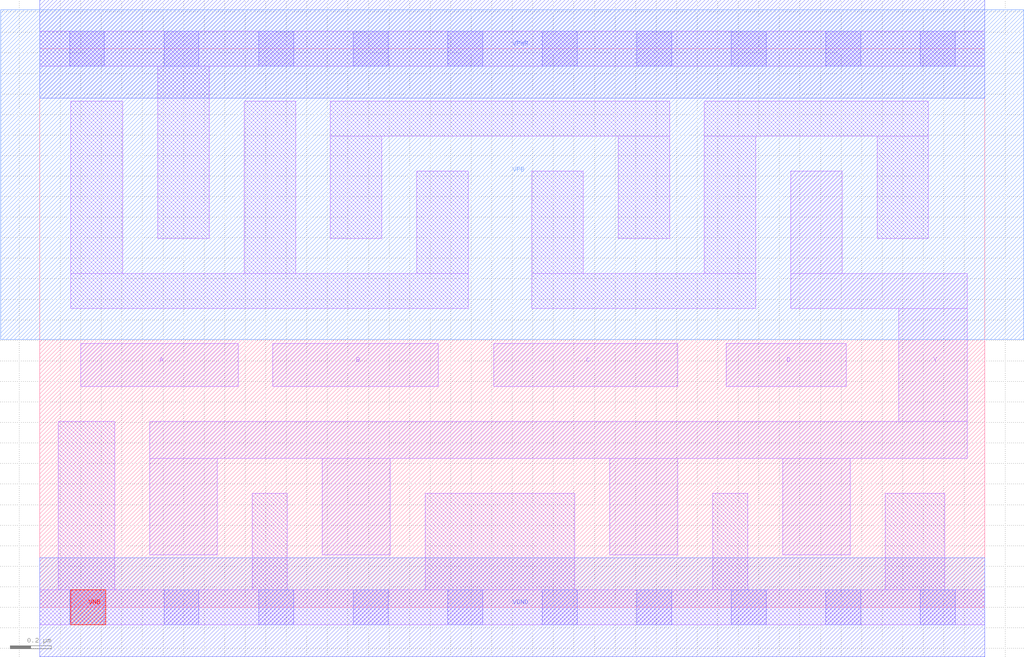
<source format=lef>
# Copyright 2020 The SkyWater PDK Authors
#
# Licensed under the Apache License, Version 2.0 (the "License");
# you may not use this file except in compliance with the License.
# You may obtain a copy of the License at
#
#     https://www.apache.org/licenses/LICENSE-2.0
#
# Unless required by applicable law or agreed to in writing, software
# distributed under the License is distributed on an "AS IS" BASIS,
# WITHOUT WARRANTIES OR CONDITIONS OF ANY KIND, either express or implied.
# See the License for the specific language governing permissions and
# limitations under the License.
#
# SPDX-License-Identifier: Apache-2.0

VERSION 5.7 ;
  NOWIREEXTENSIONATPIN ON ;
  DIVIDERCHAR "/" ;
  BUSBITCHARS "[]" ;
MACRO sky130_fd_sc_hd__nor4_2
  CLASS CORE ;
  FOREIGN sky130_fd_sc_hd__nor4_2 ;
  ORIGIN  0.000000  0.000000 ;
  SIZE  4.600000 BY  2.720000 ;
  SYMMETRY X Y R90 ;
  SITE unithd ;
  PIN A
    ANTENNAGATEAREA  0.495000 ;
    DIRECTION INPUT ;
    USE SIGNAL ;
    PORT
      LAYER li1 ;
        RECT 0.200000 1.075000 0.965000 1.285000 ;
    END
  END A
  PIN B
    ANTENNAGATEAREA  0.495000 ;
    DIRECTION INPUT ;
    USE SIGNAL ;
    PORT
      LAYER li1 ;
        RECT 1.135000 1.075000 1.940000 1.285000 ;
    END
  END B
  PIN C
    ANTENNAGATEAREA  0.495000 ;
    DIRECTION INPUT ;
    USE SIGNAL ;
    PORT
      LAYER li1 ;
        RECT 2.210000 1.075000 3.105000 1.285000 ;
    END
  END C
  PIN D
    ANTENNAGATEAREA  0.495000 ;
    DIRECTION INPUT ;
    USE SIGNAL ;
    PORT
      LAYER li1 ;
        RECT 3.340000 1.075000 3.925000 1.285000 ;
    END
  END D
  PIN VNB
    PORT
      LAYER pwell ;
        RECT 0.150000 -0.085000 0.320000 0.085000 ;
    END
  END VNB
  PIN VPB
    PORT
      LAYER nwell ;
        RECT -0.190000 1.305000 4.790000 2.910000 ;
    END
  END VPB
  PIN Y
    ANTENNADIFFAREA  0.972000 ;
    DIRECTION OUTPUT ;
    USE SIGNAL ;
    PORT
      LAYER li1 ;
        RECT 0.535000 0.255000 0.865000 0.725000 ;
        RECT 0.535000 0.725000 4.515000 0.905000 ;
        RECT 1.375000 0.255000 1.705000 0.725000 ;
        RECT 2.775000 0.255000 3.105000 0.725000 ;
        RECT 3.615000 0.255000 3.945000 0.725000 ;
        RECT 3.655000 1.455000 4.515000 1.625000 ;
        RECT 3.655000 1.625000 3.905000 2.125000 ;
        RECT 4.180000 0.905000 4.515000 1.455000 ;
    END
  END Y
  PIN VGND
    DIRECTION INOUT ;
    SHAPE ABUTMENT ;
    USE GROUND ;
    PORT
      LAYER met1 ;
        RECT 0.000000 -0.240000 4.600000 0.240000 ;
    END
  END VGND
  PIN VPWR
    DIRECTION INOUT ;
    SHAPE ABUTMENT ;
    USE POWER ;
    PORT
      LAYER met1 ;
        RECT 0.000000 2.480000 4.600000 2.960000 ;
    END
  END VPWR
  OBS
    LAYER li1 ;
      RECT 0.000000 -0.085000 4.600000 0.085000 ;
      RECT 0.000000  2.635000 4.600000 2.805000 ;
      RECT 0.090000  0.085000 0.365000 0.905000 ;
      RECT 0.150000  1.455000 2.085000 1.625000 ;
      RECT 0.150000  1.625000 0.405000 2.465000 ;
      RECT 0.575000  1.795000 0.825000 2.635000 ;
      RECT 0.995000  1.625000 1.245000 2.465000 ;
      RECT 1.035000  0.085000 1.205000 0.555000 ;
      RECT 1.415000  1.795000 1.665000 2.295000 ;
      RECT 1.415000  2.295000 3.065000 2.465000 ;
      RECT 1.835000  1.625000 2.085000 2.125000 ;
      RECT 1.875000  0.085000 2.605000 0.555000 ;
      RECT 2.395000  1.455000 3.485000 1.625000 ;
      RECT 2.395000  1.625000 2.645000 2.125000 ;
      RECT 2.815000  1.795000 3.065000 2.295000 ;
      RECT 3.235000  1.625000 3.485000 2.295000 ;
      RECT 3.235000  2.295000 4.325000 2.465000 ;
      RECT 3.275000  0.085000 3.445000 0.555000 ;
      RECT 4.075000  1.795000 4.325000 2.295000 ;
      RECT 4.115000  0.085000 4.405000 0.555000 ;
    LAYER mcon ;
      RECT 0.145000 -0.085000 0.315000 0.085000 ;
      RECT 0.145000  2.635000 0.315000 2.805000 ;
      RECT 0.605000 -0.085000 0.775000 0.085000 ;
      RECT 0.605000  2.635000 0.775000 2.805000 ;
      RECT 1.065000 -0.085000 1.235000 0.085000 ;
      RECT 1.065000  2.635000 1.235000 2.805000 ;
      RECT 1.525000 -0.085000 1.695000 0.085000 ;
      RECT 1.525000  2.635000 1.695000 2.805000 ;
      RECT 1.985000 -0.085000 2.155000 0.085000 ;
      RECT 1.985000  2.635000 2.155000 2.805000 ;
      RECT 2.445000 -0.085000 2.615000 0.085000 ;
      RECT 2.445000  2.635000 2.615000 2.805000 ;
      RECT 2.905000 -0.085000 3.075000 0.085000 ;
      RECT 2.905000  2.635000 3.075000 2.805000 ;
      RECT 3.365000 -0.085000 3.535000 0.085000 ;
      RECT 3.365000  2.635000 3.535000 2.805000 ;
      RECT 3.825000 -0.085000 3.995000 0.085000 ;
      RECT 3.825000  2.635000 3.995000 2.805000 ;
      RECT 4.285000 -0.085000 4.455000 0.085000 ;
      RECT 4.285000  2.635000 4.455000 2.805000 ;
  END
END sky130_fd_sc_hd__nor4_2
END LIBRARY

</source>
